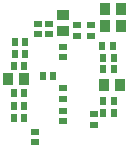
<source format=gbp>
G04*
G04 #@! TF.GenerationSoftware,Altium Limited,Altium Designer,23.7.1 (13)*
G04*
G04 Layer_Color=128*
%FSLAX44Y44*%
%MOMM*%
G71*
G04*
G04 #@! TF.SameCoordinates,D2E7A544-C627-4BF8-9092-2E35ECC9D328*
G04*
G04*
G04 #@! TF.FilePolarity,Positive*
G04*
G01*
G75*
%ADD21R,0.6000X0.6400*%
%ADD31R,1.0000X0.9000*%
%ADD36R,0.9000X1.0000*%
%ADD37R,0.6400X0.6000*%
D21*
X555400Y413000D02*
D03*
X546600D02*
D03*
X571600Y448000D02*
D03*
X580400D02*
D03*
X621600Y474000D02*
D03*
X630400D02*
D03*
X622600Y454000D02*
D03*
X631400D02*
D03*
X555400Y434000D02*
D03*
X546600D02*
D03*
Y423000D02*
D03*
X555400D02*
D03*
Y457000D02*
D03*
X546600D02*
D03*
X631400Y464000D02*
D03*
X622600D02*
D03*
X631400Y427000D02*
D03*
X622600D02*
D03*
X631400Y417000D02*
D03*
X622600D02*
D03*
X556400Y477000D02*
D03*
X547600D02*
D03*
Y467000D02*
D03*
X556400D02*
D03*
D31*
X588500Y486750D02*
D03*
Y500250D02*
D03*
D36*
X542250Y446000D02*
D03*
X555750D02*
D03*
X624250Y505000D02*
D03*
X637750D02*
D03*
Y491000D02*
D03*
X624250D02*
D03*
X637000Y440500D02*
D03*
X623500D02*
D03*
D37*
X614371Y407120D02*
D03*
Y415920D02*
D03*
X577000Y483600D02*
D03*
Y492400D02*
D03*
X567000D02*
D03*
Y483600D02*
D03*
X612000Y482600D02*
D03*
Y491400D02*
D03*
X600000D02*
D03*
Y482600D02*
D03*
X565000Y392600D02*
D03*
Y401400D02*
D03*
X588500Y464100D02*
D03*
Y472900D02*
D03*
Y410100D02*
D03*
Y418900D02*
D03*
Y437900D02*
D03*
Y429100D02*
D03*
M02*

</source>
